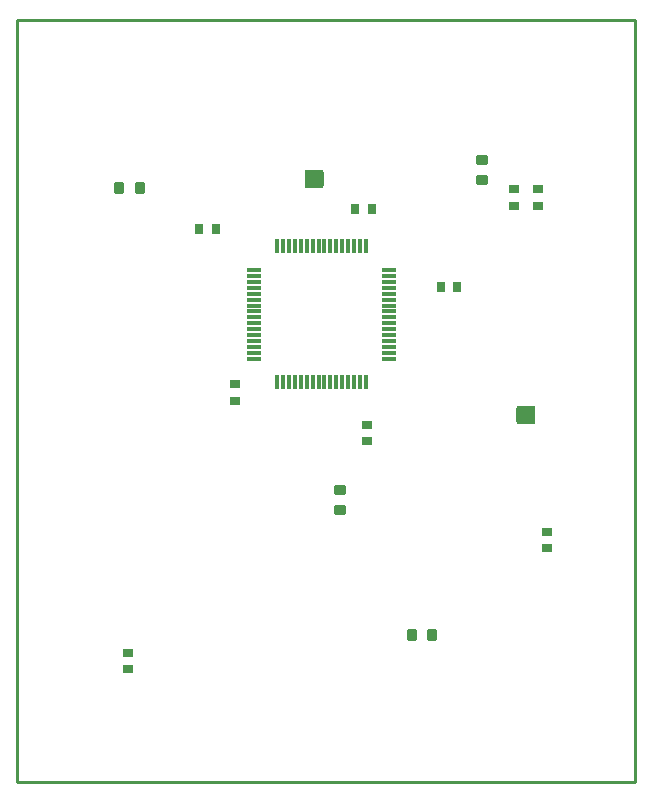
<source format=gtp>
G04 Layer_Color=8421504*
%FSLAX25Y25*%
%MOIN*%
G70*
G01*
G75*
G04:AMPARAMS|DCode=10|XSize=39.37mil|YSize=35.43mil|CornerRadius=4.43mil|HoleSize=0mil|Usage=FLASHONLY|Rotation=270.000|XOffset=0mil|YOffset=0mil|HoleType=Round|Shape=RoundedRectangle|*
%AMROUNDEDRECTD10*
21,1,0.03937,0.02657,0,0,270.0*
21,1,0.03051,0.03543,0,0,270.0*
1,1,0.00886,-0.01329,-0.01526*
1,1,0.00886,-0.01329,0.01526*
1,1,0.00886,0.01329,0.01526*
1,1,0.00886,0.01329,-0.01526*
%
%ADD10ROUNDEDRECTD10*%
G04:AMPARAMS|DCode=11|XSize=39.37mil|YSize=35.43mil|CornerRadius=4.43mil|HoleSize=0mil|Usage=FLASHONLY|Rotation=0.000|XOffset=0mil|YOffset=0mil|HoleType=Round|Shape=RoundedRectangle|*
%AMROUNDEDRECTD11*
21,1,0.03937,0.02657,0,0,0.0*
21,1,0.03051,0.03543,0,0,0.0*
1,1,0.00886,0.01526,-0.01329*
1,1,0.00886,-0.01526,-0.01329*
1,1,0.00886,-0.01526,0.01329*
1,1,0.00886,0.01526,0.01329*
%
%ADD11ROUNDEDRECTD11*%
%ADD12R,0.03740X0.02953*%
%ADD13R,0.04724X0.01181*%
%ADD14R,0.01181X0.04724*%
%ADD15R,0.02953X0.03740*%
%ADD16R,0.02500X0.05000*%
%ADD17C,0.01000*%
%ADD31R,0.06299X0.06299*%
D10*
X300654Y308000D02*
D03*
X307347D02*
D03*
X404846Y159000D02*
D03*
X398153D02*
D03*
D11*
X421500Y310653D02*
D03*
Y317347D02*
D03*
X374000Y200654D02*
D03*
Y207347D02*
D03*
D12*
X443000Y187988D02*
D03*
Y193500D02*
D03*
X339000Y237244D02*
D03*
Y242756D02*
D03*
X383000Y223744D02*
D03*
Y229256D02*
D03*
X440000Y302244D02*
D03*
Y307756D02*
D03*
X432000Y302244D02*
D03*
Y307756D02*
D03*
X303500Y153256D02*
D03*
Y147744D02*
D03*
D13*
X390638Y251236D02*
D03*
Y253205D02*
D03*
Y255173D02*
D03*
Y257142D02*
D03*
Y259110D02*
D03*
Y261079D02*
D03*
Y263047D02*
D03*
Y265016D02*
D03*
Y266984D02*
D03*
Y268953D02*
D03*
Y270921D02*
D03*
Y272890D02*
D03*
Y274858D02*
D03*
Y276827D02*
D03*
Y278795D02*
D03*
Y280764D02*
D03*
X345362D02*
D03*
Y278795D02*
D03*
Y276827D02*
D03*
Y274858D02*
D03*
Y272890D02*
D03*
Y270921D02*
D03*
Y268953D02*
D03*
Y266984D02*
D03*
Y265016D02*
D03*
Y263047D02*
D03*
Y261079D02*
D03*
Y259110D02*
D03*
Y257142D02*
D03*
Y255173D02*
D03*
Y253205D02*
D03*
Y251236D02*
D03*
D14*
X382764Y288638D02*
D03*
X380795D02*
D03*
X378827D02*
D03*
X376858D02*
D03*
X374890D02*
D03*
X372921D02*
D03*
X370953D02*
D03*
X368984D02*
D03*
X367016D02*
D03*
X365047D02*
D03*
X363079D02*
D03*
X361110D02*
D03*
X359142D02*
D03*
X357173D02*
D03*
X355205D02*
D03*
X353236D02*
D03*
Y243362D02*
D03*
X355205D02*
D03*
X357173D02*
D03*
X359142D02*
D03*
X361110D02*
D03*
X363079D02*
D03*
X365047D02*
D03*
X367016D02*
D03*
X368984D02*
D03*
X370953D02*
D03*
X372921D02*
D03*
X374890D02*
D03*
X376858D02*
D03*
X378827D02*
D03*
X380795D02*
D03*
X382764D02*
D03*
D15*
X413256Y275000D02*
D03*
X407744D02*
D03*
X384756Y301000D02*
D03*
X379244D02*
D03*
X327244Y294500D02*
D03*
X332756D02*
D03*
D16*
X364257Y311000D02*
D03*
X367500D02*
D03*
X437500Y232500D02*
D03*
X434257D02*
D03*
D17*
X266500Y110000D02*
X472500D01*
Y364000D01*
X266500D02*
X472500D01*
X266500Y110000D02*
Y364000D01*
D31*
X365485Y311000D02*
D03*
X436272Y232500D02*
D03*
M02*

</source>
